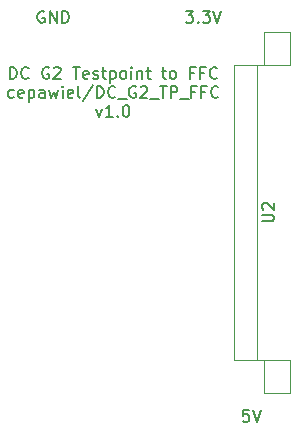
<source format=gbr>
%TF.GenerationSoftware,KiCad,Pcbnew,6.0.0*%
%TF.CreationDate,2022-01-18T19:01:36-05:00*%
%TF.ProjectId,G2_Testpoints_FFC,47325f54-6573-4747-906f-696e74735f46,rev?*%
%TF.SameCoordinates,Original*%
%TF.FileFunction,Legend,Top*%
%TF.FilePolarity,Positive*%
%FSLAX46Y46*%
G04 Gerber Fmt 4.6, Leading zero omitted, Abs format (unit mm)*
G04 Created by KiCad (PCBNEW 6.0.0) date 2022-01-18 19:01:36*
%MOMM*%
%LPD*%
G01*
G04 APERTURE LIST*
%ADD10C,0.150000*%
%ADD11C,0.120000*%
G04 APERTURE END LIST*
D10*
X137311904Y-77582380D02*
X137311904Y-76582380D01*
X137550000Y-76582380D01*
X137692857Y-76630000D01*
X137788095Y-76725238D01*
X137835714Y-76820476D01*
X137883333Y-77010952D01*
X137883333Y-77153809D01*
X137835714Y-77344285D01*
X137788095Y-77439523D01*
X137692857Y-77534761D01*
X137550000Y-77582380D01*
X137311904Y-77582380D01*
X138883333Y-77487142D02*
X138835714Y-77534761D01*
X138692857Y-77582380D01*
X138597619Y-77582380D01*
X138454761Y-77534761D01*
X138359523Y-77439523D01*
X138311904Y-77344285D01*
X138264285Y-77153809D01*
X138264285Y-77010952D01*
X138311904Y-76820476D01*
X138359523Y-76725238D01*
X138454761Y-76630000D01*
X138597619Y-76582380D01*
X138692857Y-76582380D01*
X138835714Y-76630000D01*
X138883333Y-76677619D01*
X140597619Y-76630000D02*
X140502380Y-76582380D01*
X140359523Y-76582380D01*
X140216666Y-76630000D01*
X140121428Y-76725238D01*
X140073809Y-76820476D01*
X140026190Y-77010952D01*
X140026190Y-77153809D01*
X140073809Y-77344285D01*
X140121428Y-77439523D01*
X140216666Y-77534761D01*
X140359523Y-77582380D01*
X140454761Y-77582380D01*
X140597619Y-77534761D01*
X140645238Y-77487142D01*
X140645238Y-77153809D01*
X140454761Y-77153809D01*
X141026190Y-76677619D02*
X141073809Y-76630000D01*
X141169047Y-76582380D01*
X141407142Y-76582380D01*
X141502380Y-76630000D01*
X141550000Y-76677619D01*
X141597619Y-76772857D01*
X141597619Y-76868095D01*
X141550000Y-77010952D01*
X140978571Y-77582380D01*
X141597619Y-77582380D01*
X142645238Y-76582380D02*
X143216666Y-76582380D01*
X142930952Y-77582380D02*
X142930952Y-76582380D01*
X143930952Y-77534761D02*
X143835714Y-77582380D01*
X143645238Y-77582380D01*
X143550000Y-77534761D01*
X143502380Y-77439523D01*
X143502380Y-77058571D01*
X143550000Y-76963333D01*
X143645238Y-76915714D01*
X143835714Y-76915714D01*
X143930952Y-76963333D01*
X143978571Y-77058571D01*
X143978571Y-77153809D01*
X143502380Y-77249047D01*
X144359523Y-77534761D02*
X144454761Y-77582380D01*
X144645238Y-77582380D01*
X144740476Y-77534761D01*
X144788095Y-77439523D01*
X144788095Y-77391904D01*
X144740476Y-77296666D01*
X144645238Y-77249047D01*
X144502380Y-77249047D01*
X144407142Y-77201428D01*
X144359523Y-77106190D01*
X144359523Y-77058571D01*
X144407142Y-76963333D01*
X144502380Y-76915714D01*
X144645238Y-76915714D01*
X144740476Y-76963333D01*
X145073809Y-76915714D02*
X145454761Y-76915714D01*
X145216666Y-76582380D02*
X145216666Y-77439523D01*
X145264285Y-77534761D01*
X145359523Y-77582380D01*
X145454761Y-77582380D01*
X145788095Y-76915714D02*
X145788095Y-77915714D01*
X145788095Y-76963333D02*
X145883333Y-76915714D01*
X146073809Y-76915714D01*
X146169047Y-76963333D01*
X146216666Y-77010952D01*
X146264285Y-77106190D01*
X146264285Y-77391904D01*
X146216666Y-77487142D01*
X146169047Y-77534761D01*
X146073809Y-77582380D01*
X145883333Y-77582380D01*
X145788095Y-77534761D01*
X146835714Y-77582380D02*
X146740476Y-77534761D01*
X146692857Y-77487142D01*
X146645238Y-77391904D01*
X146645238Y-77106190D01*
X146692857Y-77010952D01*
X146740476Y-76963333D01*
X146835714Y-76915714D01*
X146978571Y-76915714D01*
X147073809Y-76963333D01*
X147121428Y-77010952D01*
X147169047Y-77106190D01*
X147169047Y-77391904D01*
X147121428Y-77487142D01*
X147073809Y-77534761D01*
X146978571Y-77582380D01*
X146835714Y-77582380D01*
X147597619Y-77582380D02*
X147597619Y-76915714D01*
X147597619Y-76582380D02*
X147550000Y-76630000D01*
X147597619Y-76677619D01*
X147645238Y-76630000D01*
X147597619Y-76582380D01*
X147597619Y-76677619D01*
X148073809Y-76915714D02*
X148073809Y-77582380D01*
X148073809Y-77010952D02*
X148121428Y-76963333D01*
X148216666Y-76915714D01*
X148359523Y-76915714D01*
X148454761Y-76963333D01*
X148502380Y-77058571D01*
X148502380Y-77582380D01*
X148835714Y-76915714D02*
X149216666Y-76915714D01*
X148978571Y-76582380D02*
X148978571Y-77439523D01*
X149026190Y-77534761D01*
X149121428Y-77582380D01*
X149216666Y-77582380D01*
X150169047Y-76915714D02*
X150550000Y-76915714D01*
X150311904Y-76582380D02*
X150311904Y-77439523D01*
X150359523Y-77534761D01*
X150454761Y-77582380D01*
X150550000Y-77582380D01*
X151026190Y-77582380D02*
X150930952Y-77534761D01*
X150883333Y-77487142D01*
X150835714Y-77391904D01*
X150835714Y-77106190D01*
X150883333Y-77010952D01*
X150930952Y-76963333D01*
X151026190Y-76915714D01*
X151169047Y-76915714D01*
X151264285Y-76963333D01*
X151311904Y-77010952D01*
X151359523Y-77106190D01*
X151359523Y-77391904D01*
X151311904Y-77487142D01*
X151264285Y-77534761D01*
X151169047Y-77582380D01*
X151026190Y-77582380D01*
X152883333Y-77058571D02*
X152550000Y-77058571D01*
X152550000Y-77582380D02*
X152550000Y-76582380D01*
X153026190Y-76582380D01*
X153740476Y-77058571D02*
X153407142Y-77058571D01*
X153407142Y-77582380D02*
X153407142Y-76582380D01*
X153883333Y-76582380D01*
X154835714Y-77487142D02*
X154788095Y-77534761D01*
X154645238Y-77582380D01*
X154550000Y-77582380D01*
X154407142Y-77534761D01*
X154311904Y-77439523D01*
X154264285Y-77344285D01*
X154216666Y-77153809D01*
X154216666Y-77010952D01*
X154264285Y-76820476D01*
X154311904Y-76725238D01*
X154407142Y-76630000D01*
X154550000Y-76582380D01*
X154645238Y-76582380D01*
X154788095Y-76630000D01*
X154835714Y-76677619D01*
X137621428Y-79144761D02*
X137526190Y-79192380D01*
X137335714Y-79192380D01*
X137240476Y-79144761D01*
X137192857Y-79097142D01*
X137145238Y-79001904D01*
X137145238Y-78716190D01*
X137192857Y-78620952D01*
X137240476Y-78573333D01*
X137335714Y-78525714D01*
X137526190Y-78525714D01*
X137621428Y-78573333D01*
X138430952Y-79144761D02*
X138335714Y-79192380D01*
X138145238Y-79192380D01*
X138050000Y-79144761D01*
X138002380Y-79049523D01*
X138002380Y-78668571D01*
X138050000Y-78573333D01*
X138145238Y-78525714D01*
X138335714Y-78525714D01*
X138430952Y-78573333D01*
X138478571Y-78668571D01*
X138478571Y-78763809D01*
X138002380Y-78859047D01*
X138907142Y-78525714D02*
X138907142Y-79525714D01*
X138907142Y-78573333D02*
X139002380Y-78525714D01*
X139192857Y-78525714D01*
X139288095Y-78573333D01*
X139335714Y-78620952D01*
X139383333Y-78716190D01*
X139383333Y-79001904D01*
X139335714Y-79097142D01*
X139288095Y-79144761D01*
X139192857Y-79192380D01*
X139002380Y-79192380D01*
X138907142Y-79144761D01*
X140240476Y-79192380D02*
X140240476Y-78668571D01*
X140192857Y-78573333D01*
X140097619Y-78525714D01*
X139907142Y-78525714D01*
X139811904Y-78573333D01*
X140240476Y-79144761D02*
X140145238Y-79192380D01*
X139907142Y-79192380D01*
X139811904Y-79144761D01*
X139764285Y-79049523D01*
X139764285Y-78954285D01*
X139811904Y-78859047D01*
X139907142Y-78811428D01*
X140145238Y-78811428D01*
X140240476Y-78763809D01*
X140621428Y-78525714D02*
X140811904Y-79192380D01*
X141002380Y-78716190D01*
X141192857Y-79192380D01*
X141383333Y-78525714D01*
X141764285Y-79192380D02*
X141764285Y-78525714D01*
X141764285Y-78192380D02*
X141716666Y-78240000D01*
X141764285Y-78287619D01*
X141811904Y-78240000D01*
X141764285Y-78192380D01*
X141764285Y-78287619D01*
X142621428Y-79144761D02*
X142526190Y-79192380D01*
X142335714Y-79192380D01*
X142240476Y-79144761D01*
X142192857Y-79049523D01*
X142192857Y-78668571D01*
X142240476Y-78573333D01*
X142335714Y-78525714D01*
X142526190Y-78525714D01*
X142621428Y-78573333D01*
X142669047Y-78668571D01*
X142669047Y-78763809D01*
X142192857Y-78859047D01*
X143240476Y-79192380D02*
X143145238Y-79144761D01*
X143097619Y-79049523D01*
X143097619Y-78192380D01*
X144335714Y-78144761D02*
X143478571Y-79430476D01*
X144669047Y-79192380D02*
X144669047Y-78192380D01*
X144907142Y-78192380D01*
X145050000Y-78240000D01*
X145145238Y-78335238D01*
X145192857Y-78430476D01*
X145240476Y-78620952D01*
X145240476Y-78763809D01*
X145192857Y-78954285D01*
X145145238Y-79049523D01*
X145050000Y-79144761D01*
X144907142Y-79192380D01*
X144669047Y-79192380D01*
X146240476Y-79097142D02*
X146192857Y-79144761D01*
X146050000Y-79192380D01*
X145954761Y-79192380D01*
X145811904Y-79144761D01*
X145716666Y-79049523D01*
X145669047Y-78954285D01*
X145621428Y-78763809D01*
X145621428Y-78620952D01*
X145669047Y-78430476D01*
X145716666Y-78335238D01*
X145811904Y-78240000D01*
X145954761Y-78192380D01*
X146050000Y-78192380D01*
X146192857Y-78240000D01*
X146240476Y-78287619D01*
X146430952Y-79287619D02*
X147192857Y-79287619D01*
X147954761Y-78240000D02*
X147859523Y-78192380D01*
X147716666Y-78192380D01*
X147573809Y-78240000D01*
X147478571Y-78335238D01*
X147430952Y-78430476D01*
X147383333Y-78620952D01*
X147383333Y-78763809D01*
X147430952Y-78954285D01*
X147478571Y-79049523D01*
X147573809Y-79144761D01*
X147716666Y-79192380D01*
X147811904Y-79192380D01*
X147954761Y-79144761D01*
X148002380Y-79097142D01*
X148002380Y-78763809D01*
X147811904Y-78763809D01*
X148383333Y-78287619D02*
X148430952Y-78240000D01*
X148526190Y-78192380D01*
X148764285Y-78192380D01*
X148859523Y-78240000D01*
X148907142Y-78287619D01*
X148954761Y-78382857D01*
X148954761Y-78478095D01*
X148907142Y-78620952D01*
X148335714Y-79192380D01*
X148954761Y-79192380D01*
X149145238Y-79287619D02*
X149907142Y-79287619D01*
X150002380Y-78192380D02*
X150573809Y-78192380D01*
X150288095Y-79192380D02*
X150288095Y-78192380D01*
X150907142Y-79192380D02*
X150907142Y-78192380D01*
X151288095Y-78192380D01*
X151383333Y-78240000D01*
X151430952Y-78287619D01*
X151478571Y-78382857D01*
X151478571Y-78525714D01*
X151430952Y-78620952D01*
X151383333Y-78668571D01*
X151288095Y-78716190D01*
X150907142Y-78716190D01*
X151669047Y-79287619D02*
X152430952Y-79287619D01*
X153002380Y-78668571D02*
X152669047Y-78668571D01*
X152669047Y-79192380D02*
X152669047Y-78192380D01*
X153145238Y-78192380D01*
X153859523Y-78668571D02*
X153526190Y-78668571D01*
X153526190Y-79192380D02*
X153526190Y-78192380D01*
X154002380Y-78192380D01*
X154954761Y-79097142D02*
X154907142Y-79144761D01*
X154764285Y-79192380D01*
X154669047Y-79192380D01*
X154526190Y-79144761D01*
X154430952Y-79049523D01*
X154383333Y-78954285D01*
X154335714Y-78763809D01*
X154335714Y-78620952D01*
X154383333Y-78430476D01*
X154430952Y-78335238D01*
X154526190Y-78240000D01*
X154669047Y-78192380D01*
X154764285Y-78192380D01*
X154907142Y-78240000D01*
X154954761Y-78287619D01*
X144621428Y-80135714D02*
X144859523Y-80802380D01*
X145097619Y-80135714D01*
X146002380Y-80802380D02*
X145430952Y-80802380D01*
X145716666Y-80802380D02*
X145716666Y-79802380D01*
X145621428Y-79945238D01*
X145526190Y-80040476D01*
X145430952Y-80088095D01*
X146430952Y-80707142D02*
X146478571Y-80754761D01*
X146430952Y-80802380D01*
X146383333Y-80754761D01*
X146430952Y-80707142D01*
X146430952Y-80802380D01*
X147097619Y-79802380D02*
X147192857Y-79802380D01*
X147288095Y-79850000D01*
X147335714Y-79897619D01*
X147383333Y-79992857D01*
X147430952Y-80183333D01*
X147430952Y-80421428D01*
X147383333Y-80611904D01*
X147335714Y-80707142D01*
X147288095Y-80754761D01*
X147192857Y-80802380D01*
X147097619Y-80802380D01*
X147002380Y-80754761D01*
X146954761Y-80707142D01*
X146907142Y-80611904D01*
X146859523Y-80421428D01*
X146859523Y-80183333D01*
X146907142Y-79992857D01*
X146954761Y-79897619D01*
X147002380Y-79850000D01*
X147097619Y-79802380D01*
X152193809Y-71842380D02*
X152812857Y-71842380D01*
X152479523Y-72223333D01*
X152622380Y-72223333D01*
X152717619Y-72270952D01*
X152765238Y-72318571D01*
X152812857Y-72413809D01*
X152812857Y-72651904D01*
X152765238Y-72747142D01*
X152717619Y-72794761D01*
X152622380Y-72842380D01*
X152336666Y-72842380D01*
X152241428Y-72794761D01*
X152193809Y-72747142D01*
X153241428Y-72747142D02*
X153289047Y-72794761D01*
X153241428Y-72842380D01*
X153193809Y-72794761D01*
X153241428Y-72747142D01*
X153241428Y-72842380D01*
X153622380Y-71842380D02*
X154241428Y-71842380D01*
X153908095Y-72223333D01*
X154050952Y-72223333D01*
X154146190Y-72270952D01*
X154193809Y-72318571D01*
X154241428Y-72413809D01*
X154241428Y-72651904D01*
X154193809Y-72747142D01*
X154146190Y-72794761D01*
X154050952Y-72842380D01*
X153765238Y-72842380D01*
X153670000Y-72794761D01*
X153622380Y-72747142D01*
X154527142Y-71842380D02*
X154860476Y-72842380D01*
X155193809Y-71842380D01*
X140208095Y-71890000D02*
X140112857Y-71842380D01*
X139970000Y-71842380D01*
X139827142Y-71890000D01*
X139731904Y-71985238D01*
X139684285Y-72080476D01*
X139636666Y-72270952D01*
X139636666Y-72413809D01*
X139684285Y-72604285D01*
X139731904Y-72699523D01*
X139827142Y-72794761D01*
X139970000Y-72842380D01*
X140065238Y-72842380D01*
X140208095Y-72794761D01*
X140255714Y-72747142D01*
X140255714Y-72413809D01*
X140065238Y-72413809D01*
X140684285Y-72842380D02*
X140684285Y-71842380D01*
X141255714Y-72842380D01*
X141255714Y-71842380D01*
X141731904Y-72842380D02*
X141731904Y-71842380D01*
X141970000Y-71842380D01*
X142112857Y-71890000D01*
X142208095Y-71985238D01*
X142255714Y-72080476D01*
X142303333Y-72270952D01*
X142303333Y-72413809D01*
X142255714Y-72604285D01*
X142208095Y-72699523D01*
X142112857Y-72794761D01*
X141970000Y-72842380D01*
X141731904Y-72842380D01*
X157543523Y-105624380D02*
X157067333Y-105624380D01*
X157019714Y-106100571D01*
X157067333Y-106052952D01*
X157162571Y-106005333D01*
X157400666Y-106005333D01*
X157495904Y-106052952D01*
X157543523Y-106100571D01*
X157591142Y-106195809D01*
X157591142Y-106433904D01*
X157543523Y-106529142D01*
X157495904Y-106576761D01*
X157400666Y-106624380D01*
X157162571Y-106624380D01*
X157067333Y-106576761D01*
X157019714Y-106529142D01*
X157876857Y-105624380D02*
X158210190Y-106624380D01*
X158543523Y-105624380D01*
%TO.C,U2*%
X158672380Y-89661904D02*
X159481904Y-89661904D01*
X159577142Y-89614285D01*
X159624761Y-89566666D01*
X159672380Y-89471428D01*
X159672380Y-89280952D01*
X159624761Y-89185714D01*
X159577142Y-89138095D01*
X159481904Y-89090476D01*
X158672380Y-89090476D01*
X158767619Y-88661904D02*
X158720000Y-88614285D01*
X158672380Y-88519047D01*
X158672380Y-88280952D01*
X158720000Y-88185714D01*
X158767619Y-88138095D01*
X158862857Y-88090476D01*
X158958095Y-88090476D01*
X159100952Y-88138095D01*
X159672380Y-88709523D01*
X159672380Y-88090476D01*
D11*
X158830000Y-73590000D02*
X158830000Y-76400000D01*
X156290000Y-101400000D02*
X156290000Y-76400000D01*
X158250000Y-101400000D02*
X160990000Y-101400000D01*
X158830000Y-101400000D02*
X156290000Y-101400000D01*
X160990000Y-104210000D02*
X158830000Y-104210000D01*
X160990000Y-73590000D02*
X158830000Y-73590000D01*
X160990000Y-101400000D02*
X160990000Y-104210000D01*
X158830000Y-76400000D02*
X156290000Y-76400000D01*
X158830000Y-104210000D02*
X158830000Y-101400000D01*
X158250000Y-76400000D02*
X160990000Y-76400000D01*
X160990000Y-76400000D02*
X160990000Y-73590000D01*
X158250000Y-101400000D02*
X158250000Y-76400000D01*
%TD*%
M02*

</source>
